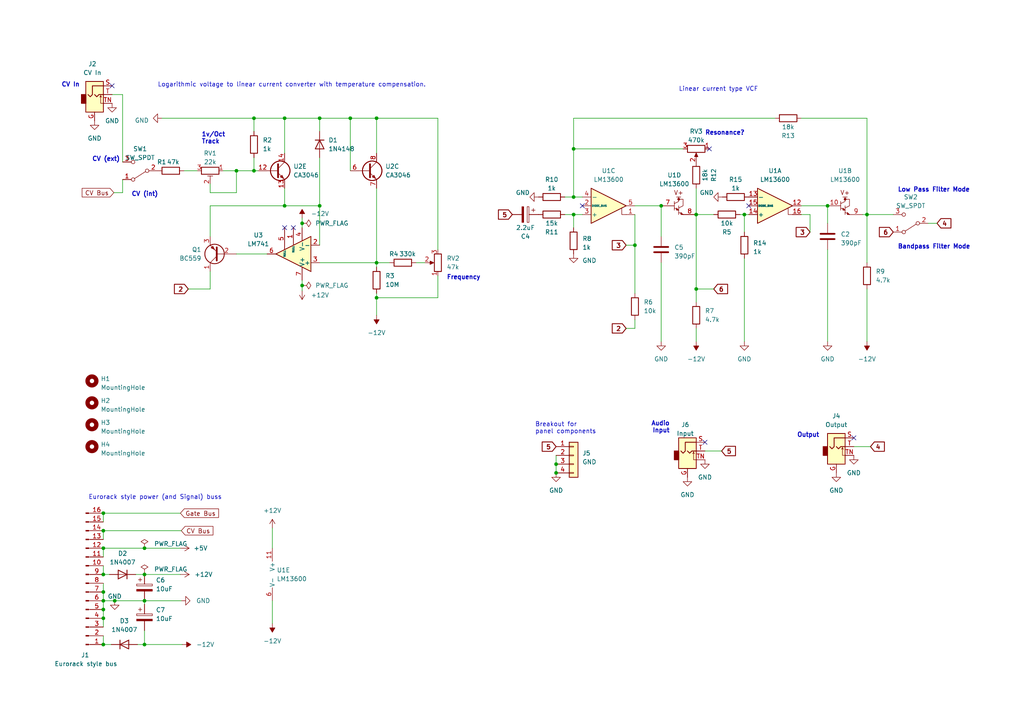
<source format=kicad_sch>
(kicad_sch (version 20230121) (generator eeschema)
  (paper "A4")
  (title_block (title "Penfold VCF") (date "2022-09-11") (rev "0.1") (comment 1 "BP185, fIrst published 1986, Bernard Babani") (comment 2 "Based on designs from 'Electronic Synthesister Construction', by R.A.Penfold"))
  (lib_symbols
    (symbol "Amplifier_Operational:LM13600" (pin_names (offset 0.127))
      (property "Reference" "U" (at 3.81 5.08 0))
      (property "Value" "LM13600" (at 5.08 -5.08 0))
      (symbol "LM13600_1_1"
        (polyline (pts (xy 3.81 -0.635) (xy 3.81 -2.54) (xy 5.08 -2.54)))
        (polyline (pts (xy 5.08 0) (xy -5.08 -5.08) (xy -5.08 5.08) (xy 5.08 0)) (stroke (width 0.254)) (fill (type background)))
        (pin output line (at 7.62 0 180) (length 2.54) (name "~") (number "12"))
        (pin input line (at -7.62 2.54 0) (length 2.54) (name "-") (number "13"))
        (pin input line (at -7.62 -2.54 0) (length 2.54) (name "+") (number "14"))
        (pin input line (at -7.62 0 0) (length 2.54) (name "DIODE_BIAS") (number "15"))
        (pin input line (at 7.62 -2.54 180) (length 2.54) (name "~") (number "16"))
      )
      (symbol "LM13600_2_0"
        (polyline (pts (xy -1.905 2.54) (xy -3.175 2.54)))
      )
      (symbol "LM13600_2_1"
        (circle (center -2.54 1.905) (radius 0.254) (stroke (width 0.254)) (fill (type outline)))
        (polyline (pts (xy -3.81 -0.635) (xy -2.54 -1.27)))
        (polyline (pts (xy -3.81 1.27) (xy -3.81 -1.27)))
        (polyline (pts (xy -2.54 -1.905) (xy -1.27 -2.54)))
        (polyline (pts (xy -2.54 0) (xy -2.54 -2.54)))
        (polyline (pts (xy -3.81 0.635) (xy -2.54 1.27) (xy -2.54 1.905) (xy -2.54 2.54)))
        (polyline (pts (xy -2.54 -1.27) (xy -3.175 -0.635) (xy -3.175 -1.27) (xy -2.54 -1.27)) (fill (type outline)))
        (polyline (pts (xy -2.54 -0.635) (xy -1.27 0) (xy -1.27 1.905) (xy -2.54 1.905)))
        (polyline (pts (xy -1.27 -2.54) (xy -1.905 -1.905) (xy -1.905 -2.54) (xy -1.27 -2.54)) (fill (type outline)))
        (text "V+" (at -2.54 3.81 0) (effects (font (size 1.27 1.27))))
        (pin input line (at -7.62 0 0) (length 3.81) (name "~") (number "10"))
        (pin output line (at 2.54 -2.54 180) (length 3.81) (name "~") (number "9"))
      )
      (symbol "LM13600_3_1"
        (polyline (pts (xy 3.81 -0.635) (xy 3.81 -2.54) (xy 5.08 -2.54)))
        (polyline (pts (xy 5.08 0) (xy -5.08 -5.08) (xy -5.08 5.08) (xy 5.08 0)) (stroke (width 0.254)) (fill (type background)))
        (pin input line (at 7.62 -2.54 180) (length 2.54) (name "~") (number "1"))
        (pin input line (at -7.62 0 0) (length 2.54) (name "DIODE_BIAS") (number "2"))
        (pin input line (at -7.62 -2.54 0) (length 2.54) (name "+") (number "3"))
        (pin input line (at -7.62 2.54 0) (length 2.54) (name "-") (number "4"))
        (pin output line (at 7.62 0 180) (length 2.54) (name "~") (number "5"))
      )
      (symbol "LM13600_4_0"
        (polyline (pts (xy -3.175 2.54) (xy -1.905 2.54)))
        (text "V+" (at -2.54 3.81 0) (effects (font (size 1.27 1.27))))
      )
      (symbol "LM13600_4_1"
        (circle (center -2.54 1.905) (radius 0.254) (stroke (width 0.254)) (fill (type outline)))
        (polyline (pts (xy -3.81 -0.635) (xy -2.54 -1.27)))
        (polyline (pts (xy -3.81 1.27) (xy -3.81 -1.27)))
        (polyline (pts (xy -2.54 -1.905) (xy -1.27 -2.54)))
        (polyline (pts (xy -2.54 0) (xy -2.54 -2.54)))
        (polyline (pts (xy -3.81 0.635) (xy -2.54 1.27) (xy -2.54 2.54)))
        (polyline (pts (xy -2.54 -1.27) (xy -3.175 -0.635) (xy -3.175 -1.27) (xy -2.54 -1.27)) (fill (type outline)))
        (polyline (pts (xy -2.54 -0.635) (xy -1.27 0) (xy -1.27 1.905) (xy -2.54 1.905)))
        (polyline (pts (xy -1.27 -2.54) (xy -1.905 -1.905) (xy -1.905 -2.54) (xy -1.27 -2.54)) (fill (type outline)))
        (pin input line (at -7.62 0 0) (length 3.81) (name "~") (number "7"))
        (pin output line (at 2.54 -2.54 180) (length 3.81) (name "~") (number "8"))
      )
      (symbol "LM13600_5_1"
        (pin power_in line (at -2.54 7.62 270) (length 3.81) (name "V+") (number "11"))
        (pin power_in line (at -2.54 -7.62 90) (length 3.81) (name "V-") (number "6"))
      )
    )
    (symbol "Amplifier_Operational:LM741" (pin_names (offset 0.127))
      (property "Reference" "U" (at 0 6.35 0))
      (property "Value" "LM741" (at 0 3.81 0))
      (symbol "LM741_0_1"
        (polyline (pts (xy -5.08 5.08) (xy 5.08 0) (xy -5.08 -5.08) (xy -5.08 5.08)) (stroke (width 0.254)) (fill (type background)))
      )
      (symbol "LM741_1_1"
        (pin input line (at 0 -7.62 90) (length 5.08) (name "NULL") (number "1"))
        (pin input line (at -7.62 -2.54 0) (length 2.54) (name "-") (number "2"))
        (pin input line (at -7.62 2.54 0) (length 2.54) (name "+") (number "3"))
        (pin power_in line (at -2.54 -7.62 90) (length 3.81) (name "V-") (number "4"))
        (pin input line (at 2.54 -7.62 90) (length 6.35) (name "NULL") (number "5"))
        (pin output line (at 7.62 0 180) (length 2.54) (name "~") (number "6"))
        (pin power_in line (at -2.54 7.62 270) (length 3.81) (name "V+") (number "7"))
        (pin no_connect line (at 0 2.54 270) (length 2.54) hide (name "NC") (number "8"))
      )
    )
    (symbol "CA3046:CA3046" (pin_names (offset 0) hide)
      (property "Reference" "Q" (at 5.08 1.27 0))
      (property "Value" "CA3046" (at 5.08 -1.27 0))
      (symbol "CA3046_0_1"
        (polyline (pts (xy 0.635 0) (xy -2.54 0)))
        (circle (center 1.27 0) (radius 2.8194) (stroke (width 0.254)))
        (circle (center 1.27 0) (radius 2.8194) (stroke (width 0.254)))
      )
      (symbol "CA3046_1_1"
        (polyline (pts (xy 0.635 0.635) (xy 2.54 2.54)))
        (polyline (pts (xy 0.635 -0.635) (xy 2.54 -2.54) (xy 2.54 -2.54)))
        (polyline (pts (xy 0.635 1.905) (xy 0.635 -1.905) (xy 0.635 -1.905)) (stroke (width 0.508)))
        (polyline (pts (xy 1.27 -1.778) (xy 1.778 -1.27) (xy 2.286 -2.286) (xy 1.27 -1.778) (xy 1.27 -1.778)) (fill (type outline)))
        (pin passive line (at 2.54 5.08 270) (length 2.54) (name "C1") (number "1"))
        (pin input line (at -5.08 0 0) (length 2.54) (name "B1") (number "2"))
        (pin passive line (at 2.54 -5.08 90) (length 2.54) (name "E3") (number "3"))
      )
      (symbol "CA3046_2_1"
        (polyline (pts (xy 0.635 0.635) (xy 2.54 2.54)))
        (polyline (pts (xy 0.635 -0.635) (xy 2.54 -2.54) (xy 2.54 -2.54)))
        (polyline (pts (xy 0.635 1.905) (xy 0.635 -1.905) (xy 0.635 -1.905)) (stroke (width 0.508)))
        (polyline (pts (xy 1.143 -1.651) (xy 1.651 -1.143) (xy 2.159 -2.159) (xy 1.143 -1.651) (xy 1.143 -1.651)) (fill (type outline)))
        (pin passive line (at 2.54 -5.08 90) (length 2.54) (name "E2") (number "3"))
        (pin input line (at -5.08 0 0) (length 2.54) (name "B2") (number "4"))
        (pin passive line (at 2.54 5.08 270) (length 2.54) (name "C2") (number "5"))
      )
      (symbol "CA3046_3_1"
        (polyline (pts (xy 0.635 0.635) (xy 2.54 2.54)))
        (polyline (pts (xy 0.635 -0.635) (xy 2.54 -2.54) (xy 2.54 -2.54)))
        (polyline (pts (xy 0.635 1.905) (xy 0.635 -1.905) (xy 0.635 -1.905)) (stroke (width 0.508)))
        (polyline (pts (xy 1.27 -1.778) (xy 1.778 -1.27) (xy 2.286 -2.286) (xy 1.27 -1.778) (xy 1.27 -1.778)) (fill (type outline)))
        (pin input line (at -5.08 0 0) (length 2.54) (name "B3") (number "6"))
        (pin passive line (at 2.54 -5.08 90) (length 2.54) (name "E3") (number "7"))
        (pin passive line (at 2.54 5.08 270) (length 2.54) (name "C3") (number "8"))
      )
      (symbol "CA3046_4_1"
        (polyline (pts (xy 0.635 0.635) (xy 2.54 2.54)))
        (polyline (pts (xy 0.635 -0.635) (xy 2.54 -2.54) (xy 2.54 -2.54)))
        (polyline (pts (xy 0.635 1.905) (xy 0.635 -1.905) (xy 0.635 -1.905)) (stroke (width 0.508)))
        (polyline (pts (xy 1.27 -1.778) (xy 1.778 -1.27) (xy 2.286 -2.286) (xy 1.27 -1.778) (xy 1.27 -1.778)) (fill (type outline)))
        (pin passive line (at 2.54 -5.08 90) (length 2.54) (name "E4") (number "10"))
        (pin passive line (at 2.54 5.08 270) (length 2.54) (name "C4") (number "11"))
        (pin input line (at -5.08 0 0) (length 2.54) (name "B4") (number "9"))
      )
      (symbol "CA3046_5_1"
        (polyline (pts (xy 0.635 0.635) (xy 2.54 2.54)))
        (polyline (pts (xy 0.635 -0.635) (xy 2.54 -2.54) (xy 2.54 -2.54)))
        (polyline (pts (xy 0.635 1.905) (xy 0.635 -1.905) (xy 0.635 -1.905)) (stroke (width 0.508)))
        (polyline (pts (xy 1.27 -1.778) (xy 1.778 -1.27) (xy 2.286 -2.286) (xy 1.27 -1.778) (xy 1.27 -1.778)) (fill (type outline)))
        (pin input line (at -5.08 0 0) (length 2.54) (name "B5") (number "12"))
        (pin passive line (at 2.54 -5.08 90) (length 2.54) (name "E5") (number "13"))
        (pin passive line (at 2.54 5.08 270) (length 2.54) (name "C5") (number "14"))
      )
    )
    (symbol "Connector:Conn_01x16_Pin" (pin_names (offset 1.016) hide)
      (property "Reference" "J" (at 0 20.32 0))
      (property "Value" "Conn_01x16_Pin" (at 0 -22.86 0))
      (symbol "Conn_01x16_Pin_1_1"
        (polyline (pts (xy 1.27 -20.32) (xy 0.8636 -20.32)) (stroke (width 0.1524)))
        (polyline (pts (xy 1.27 -17.78) (xy 0.8636 -17.78)) (stroke (width 0.1524)))
        (polyline (pts (xy 1.27 -15.24) (xy 0.8636 -15.24)) (stroke (width 0.1524)))
        (polyline (pts (xy 1.27 -12.7) (xy 0.8636 -12.7)) (stroke (width 0.1524)))
        (polyline (pts (xy 1.27 -10.16) (xy 0.8636 -10.16)) (stroke (width 0.1524)))
        (polyline (pts (xy 1.27 -7.62) (xy 0.8636 -7.62)) (stroke (width 0.1524)))
        (polyline (pts (xy 1.27 -5.08) (xy 0.8636 -5.08)) (stroke (width 0.1524)))
        (polyline (pts (xy 1.27 -2.54) (xy 0.8636 -2.54)) (stroke (width 0.1524)))
        (polyline (pts (xy 1.27 0) (xy 0.8636 0)) (stroke (width 0.1524)))
        (polyline (pts (xy 1.27 2.54) (xy 0.8636 2.54)) (stroke (width 0.1524)))
        (polyline (pts (xy 1.27 5.08) (xy 0.8636 5.08)) (stroke (width 0.1524)))
        (polyline (pts (xy 1.27 7.62) (xy 0.8636 7.62)) (stroke (width 0.1524)))
        (polyline (pts (xy 1.27 10.16) (xy 0.8636 10.16)) (stroke (width 0.1524)))
        (polyline (pts (xy 1.27 12.7) (xy 0.8636 12.7)) (stroke (width 0.1524)))
        (polyline (pts (xy 1.27 15.24) (xy 0.8636 15.24)) (stroke (width 0.1524)))
        (polyline (pts (xy 1.27 17.78) (xy 0.8636 17.78)) (stroke (width 0.1524)))
        (rectangle (start 0.8636 -20.193) (end 0 -20.447) (stroke (width 0.1524)) (fill (type outline)))
        (rectangle (start 0.8636 -17.653) (end 0 -17.907) (stroke (width 0.1524)) (fill (type outline)))
        (rectangle (start 0.8636 -15.113) (end 0 -15.367) (stroke (width 0.1524)) (fill (type outline)))
        (rectangle (start 0.8636 -12.573) (end 0 -12.827) (stroke (width 0.1524)) (fill (type outline)))
        (rectangle (start 0.8636 -10.033) (end 0 -10.287) (stroke (width 0.1524)) (fill (type outline)))
        (rectangle (start 0.8636 -7.493) (end 0 -7.747) (stroke (width 0.1524)) (fill (type outline)))
        (rectangle (start 0.8636 -4.953) (end 0 -5.207) (stroke (width 0.1524)) (fill (type outline)))
        (rectangle (start 0.8636 -2.413) (end 0 -2.667) (stroke (width 0.1524)) (fill (type outline)))
        (rectangle (start 0.8636 0.127) (end 0 -0.127) (stroke (width 0.1524)) (fill (type outline)))
        (rectangle (start 0.8636 2.667) (end 0 2.413) (stroke (width 0.1524)) (fill (type outline)))
        (rectangle (start 0.8636 5.207) (end 0 4.953) (stroke (width 0.1524)) (fill (type outline)))
        (rectangle (start 0.8636 7.747) (end 0 7.493) (stroke (width 0.1524)) (fill (type outline)))
        (rectangle (start 0.8636 10.287) (end 0 10.033) (stroke (width 0.1524)) (fill (type outline)))
        (rectangle (start 0.8636 12.827) (end 0 12.573) (stroke (width 0.1524)) (fill (type outline)))
        (rectangle (start 0.8636 15.367) (end 0 15.113) (stroke (width 0.1524)) (fill (type outline)))
        (rectangle (start 0.8636 17.907) (end 0 17.653) (stroke (width 0.1524)) (fill (type outline)))
        (pin passive line (at 5.08 17.78 180) (length 3.81) (name "Pin_1") (number "1"))
        (pin passive line (at 5.08 -5.08 180) (length 3.81) (name "Pin_10") (number "10"))
        (pin passive line (at 5.08 -7.62 180) (length 3.81) (name "Pin_11") (number "11"))
        (pin passive line (at 5.08 -10.16 180) (length 3.81) (name "Pin_12") (number "12"))
        (pin passive line (at 5.08 -12.7 180) (length 3.81) (name "Pin_13") (number "13"))
        (pin passive line (at 5.08 -15.24 180) (length 3.81) (name "Pin_14") (number "14"))
        (pin passive line (at 5.08 -17.78 180) (length 3.81) (name "Pin_15") (number "15"))
        (pin passive line (at 5.08 -20.32 180) (length 3.81) (name "Pin_16") (number "16"))
        (pin passive line (at 5.08 15.24 180) (length 3.81) (name "Pin_2") (number "2"))
        (pin passive line (at 5.08 12.7 180) (length 3.81) (name "Pin_3") (number "3"))
        (pin passive line (at 5.08 10.16 180) (length 3.81) (name "Pin_4") (number "4"))
        (pin passive line (at 5.08 7.62 180) (length 3.81) (name "Pin_5") (number "5"))
        (pin passive line (at 5.08 5.08 180) (length 3.81) (name "Pin_6") (number "6"))
        (pin passive line (at 5.08 2.54 180) (length 3.81) (name "Pin_7") (number "7"))
        (pin passive line (at 5.08 0 180) (length 3.81) (name "Pin_8") (number "8"))
        (pin passive line (at 5.08 -2.54 180) (length 3.81) (name "Pin_9") (number "9"))
      )
    )
    (symbol "Connector_Audio:AudioJack2_Ground_SwitchT"
      (property "Reference" "J" (at 0 8.89 0))
      (property "Value" "AudioJack2_Ground_SwitchT" (at 0 6.35 0))
      (symbol "AudioJack2_Ground_SwitchT_0_1"
        (rectangle (start -2.54 0) (end -3.81 -2.54) (stroke (width 0.254)) (fill (type outline)))
        (polyline (pts (xy 1.778 -0.254) (xy 2.032 -0.762)))
        (polyline (pts (xy 0 0) (xy 0.635 -0.635) (xy 1.27 0) (xy 2.54 0)) (stroke (width 0.254)))
        (polyline (pts (xy 2.54 -2.54) (xy 1.778 -2.54) (xy 1.778 -0.254) (xy 1.524 -0.762)))
        (polyline (pts (xy 2.54 2.54) (xy -0.635 2.54) (xy -0.635 0) (xy -1.27 -0.635) (xy -1.905 0)) (stroke (width 0.254)))
        (rectangle (start 2.54 3.81) (end -2.54 -5.08) (stroke (width 0.254)) (fill (type background)))
      )
      (symbol "AudioJack2_Ground_SwitchT_1_1"
        (pin passive line (at 0 -7.62 90) (length 2.54) (name "~") (number "G"))
        (pin passive line (at 5.08 2.54 180) (length 2.54) (name "~") (number "S"))
        (pin passive line (at 5.08 0 180) (length 2.54) (name "~") (number "T"))
        (pin passive line (at 5.08 -2.54 180) (length 2.54) (name "~") (number "TN"))
      )
    )
    (symbol "Connector_Generic:Conn_01x04" (pin_names (offset 1.016) hide)
      (property "Reference" "J" (at 0 5.08 0))
      (property "Value" "Conn_01x04" (at 0 -7.62 0))
      (symbol "Conn_01x04_1_1"
        (rectangle (start -1.27 -4.953) (end 0 -5.207) (stroke (width 0.1524)))
        (rectangle (start -1.27 -2.413) (end 0 -2.667) (stroke (width 0.1524)))
        (rectangle (start -1.27 0.127) (end 0 -0.127) (stroke (width 0.1524)))
        (rectangle (start -1.27 2.667) (end 0 2.413) (stroke (width 0.1524)))
        (rectangle (start -1.27 3.81) (end 1.27 -6.35) (stroke (width 0.254)) (fill (type background)))
        (pin passive line (at -5.08 2.54 0) (length 3.81) (name "Pin_1") (number "1"))
        (pin passive line (at -5.08 0 0) (length 3.81) (name "Pin_2") (number "2"))
        (pin passive line (at -5.08 -2.54 0) (length 3.81) (name "Pin_3") (number "3"))
        (pin passive line (at -5.08 -5.08 0) (length 3.81) (name "Pin_4") (number "4"))
      )
    )
    (symbol "Device:C" (pin_numbers hide) (pin_names (offset 0.254))
      (property "Reference" "C" (at 0.635 2.54 0))
      (property "Value" "C" (at 0.635 -2.54 0))
      (symbol "C_0_1"
        (polyline (pts (xy -2.032 -0.762) (xy 2.032 -0.762)) (stroke (width 0.508)))
        (polyline (pts (xy -2.032 0.762) (xy 2.032 0.762)) (stroke (width 0.508)))
      )
      (symbol "C_1_1"
        (pin passive line (at 0 3.81 270) (length 2.794) (name "~") (number "1"))
        (pin passive line (at 0 -3.81 90) (length 2.794) (name "~") (number "2"))
      )
    )
    (symbol "Device:C_Polarized" (pin_numbers hide) (pin_names (offset 0.254))
      (property "Reference" "C" (at 0.635 2.54 0))
      (property "Value" "C_Polarized" (at 0.635 -2.54 0))
      (symbol "C_Polarized_0_1"
        (rectangle (start -2.286 0.508) (end 2.286 1.016))
        (polyline (pts (xy -1.778 2.286) (xy -0.762 2.286)))
        (polyline (pts (xy -1.27 2.794) (xy -1.27 1.778)))
        (rectangle (start 2.286 -0.508) (end -2.286 -1.016) (fill (type outline)))
      )
      (symbol "C_Polarized_1_1"
        (pin passive line (at 0 3.81 270) (length 2.794) (name "~") (number "1"))
        (pin passive line (at 0 -3.81 90) (length 2.794) (name "~") (number "2"))
      )
    )
    (symbol "Device:R" (pin_numbers hide) (pin_names (offset 0))
      (property "Reference" "R" (at 2.032 0 90))
      (property "Value" "R" (at 0 0 90))
      (symbol "R_0_1"
        (rectangle (start -1.016 -2.54) (end 1.016 2.54) (stroke (width 0.254)))
      )
      (symbol "R_1_1"
        (pin passive line (at 0 3.81 270) (length 1.27) (name "~") (number "1"))
        (pin passive line (at 0 -3.81 90) (length 1.27) (name "~") (number "2"))
      )
    )
    (symbol "Device:R_Potentiometer" (pin_names (offset 1.016) hide)
      (property "Reference" "RV" (at -4.445 0 90))
      (property "Value" "R_Potentiometer" (at -2.54 0 90))
      (symbol "R_Potentiometer_0_1"
        (polyline (pts (xy 2.54 0) (xy 1.524 0)))
        (polyline (pts (xy 1.143 0) (xy 2.286 0.508) (xy 2.286 -0.508) (xy 1.143 0)) (fill (type outline)))
        (rectangle (start 1.016 2.54) (end -1.016 -2.54) (stroke (width 0.254)))
      )
      (symbol "R_Potentiometer_1_1"
        (pin passive line (at 0 3.81 270) (length 1.27) (name "1") (number "1"))
        (pin passive line (at 3.81 0 180) (length 1.27) (name "2") (number "2"))
        (pin passive line (at 0 -3.81 90) (length 1.27) (name "3") (number "3"))
      )
    )
    (symbol "Device:R_Potentiometer_Trim" (pin_names (offset 1.016) hide)
      (property "Reference" "RV" (at -4.445 0 90))
      (property "Value" "R_Potentiometer_Trim" (at -2.54 0 90))
      (symbol "R_Potentiometer_Trim_0_1"
        (polyline (pts (xy 1.524 0.762) (xy 1.524 -0.762)))
        (polyline (pts (xy 2.54 0) (xy 1.524 0)))
        (rectangle (start 1.016 2.54) (end -1.016 -2.54) (stroke (width 0.254)))
      )
      (symbol "R_Potentiometer_Trim_1_1"
        (pin passive line (at 0 3.81 270) (length 1.27) (name "1") (number "1"))
        (pin passive line (at 3.81 0 180) (length 1.27) (name "2") (number "2"))
        (pin passive line (at 0 -3.81 90) (length 1.27) (name "3") (number "3"))
      )
    )
    (symbol "Diode:1N4007" (pin_numbers hide) (pin_names hide)
      (property "Reference" "D" (at 0 2.54 0))
      (property "Value" "1N4007" (at 0 -2.54 0))
      (symbol "1N4007_0_1"
        (polyline (pts (xy -1.27 1.27) (xy -1.27 -1.27)) (stroke (width 0.254)))
        (polyline (pts (xy 1.27 0) (xy -1.27 0)))
        (polyline (pts (xy 1.27 1.27) (xy 1.27 -1.27) (xy -1.27 0) (xy 1.27 1.27)) (stroke (width 0.254)))
      )
      (symbol "1N4007_1_1"
        (pin passive line (at -3.81 0 0) (length 2.54) (name "K") (number "1"))
        (pin passive line (at 3.81 0 180) (length 2.54) (name "A") (number "2"))
      )
    )
    (symbol "Diode:1N4148" (pin_numbers hide) (pin_names hide)
      (property "Reference" "D" (at 0 2.54 0))
      (property "Value" "1N4148" (at 0 -2.54 0))
      (symbol "1N4148_0_1"
        (polyline (pts (xy -1.27 1.27) (xy -1.27 -1.27)) (stroke (width 0.254)))
        (polyline (pts (xy 1.27 0) (xy -1.27 0)))
        (polyline (pts (xy 1.27 1.27) (xy 1.27 -1.27) (xy -1.27 0) (xy 1.27 1.27)) (stroke (width 0.254)))
      )
      (symbol "1N4148_1_1"
        (pin passive line (at -3.81 0 0) (length 2.54) (name "K") (number "1"))
        (pin passive line (at 3.81 0 180) (length 2.54) (name "A") (number "2"))
      )
    )
    (symbol "Mechanical:MountingHole" (pin_names (offset 1.016))
      (property "Reference" "H" (at 0 5.08 0))
      (property "Value" "MountingHole" (at 0 3.175 0))
      (symbol "MountingHole_0_1"
        (circle (center 0 0) (radius 1.27) (stroke (width 1.27)))
      )
    )
    (symbol "Switch:SW_SPDT" (pin_names (offset 0) hide)
      (property "Reference" "SW" (at 0 4.318 0))
      (property "Value" "SW_SPDT" (at 0 -5.08 0))
      (symbol "SW_SPDT_0_0"
        (circle (center -2.032 0) (radius 0.508))
        (circle (center 2.032 -2.54) (radius 0.508))
      )
      (symbol "SW_SPDT_0_1"
        (polyline (pts (xy -1.524 0.254) (xy 1.651 2.286)))
        (circle (center 2.032 2.54) (radius 0.508))
      )
      (symbol "SW_SPDT_1_1"
        (pin passive line (at 5.08 2.54 180) (length 2.54) (name "A") (number "1"))
        (pin passive line (at -5.08 0 0) (length 2.54) (name "B") (number "2"))
        (pin passive line (at 5.08 -2.54 180) (length 2.54) (name "C") (number "3"))
      )
    )
    (symbol "Transistor_BJT:BC559" (pin_names (offset 0) hide)
      (property "Reference" "Q" (at 5.08 1.905 0))
      (property "Value" "BC559" (at 5.08 0 0))
      (symbol "BC559_0_1"
        (polyline (pts (xy 0.635 0.635) (xy 2.54 2.54)))
        (polyline (pts (xy 0.635 -0.635) (xy 2.54 -2.54) (xy 2.54 -2.54)))
        (polyline (pts (xy 0.635 1.905) (xy 0.635 -1.905) (xy 0.635 -1.905)) (stroke (width 0.508)))
        (polyline (pts (xy 2.286 -1.778) (xy 1.778 -2.286) (xy 1.27 -1.27) (xy 2.286 -1.778) (xy 2.286 -1.778)) (fill (type outline)))
        (circle (center 1.27 0) (radius 2.8194) (stroke (width 0.254)))
      )
      (symbol "BC559_1_1"
        (pin passive line (at 2.54 5.08 270) (length 2.54) (name "C") (number "1"))
        (pin input line (at -5.08 0 0) (length 5.715) (name "B") (number "2"))
        (pin passive line (at 2.54 -5.08 90) (length 2.54) (name "E") (number "3"))
      )
    )
    (symbol "power:+12V" (power) (pin_names (offset 0))
      (property "Value" "+12V" (at 0 3.556 0))
      (symbol "+12V_0_1"
        (polyline (pts (xy -0.762 1.27) (xy 0 2.54)))
        (polyline (pts (xy 0 0) (xy 0 2.54)))
        (polyline (pts (xy 0 2.54) (xy 0.762 1.27)))
      )
      (symbol "+12V_1_1"
        (pin power_in line (at 0 0 90) (length 0) hide (name "+12V") (number "1"))
      )
    )
    (symbol "power:+5V" (power) (pin_names (offset 0))
      (property "Value" "+5V" (at 0 3.556 0))
      (symbol "+5V_0_1"
        (polyline (pts (xy -0.762 1.27) (xy 0 2.54)))
        (polyline (pts (xy 0 0) (xy 0 2.54)))
        (polyline (pts (xy 0 2.54) (xy 0.762 1.27)))
      )
      (symbol "+5V_1_1"
        (pin power_in line (at 0 0 90) (length 0) hide (name "+5V") (number "1"))
      )
    )
    (symbol "power:-12V" (power) (pin_names (offset 0))
      (property "Value" "-12V" (at 0 3.81 0))
      (symbol "-12V_0_0"
        (pin power_in line (at 0 0 90) (length 0) hide (name "-12V") (number "1"))
      )
      (symbol "-12V_0_1"
        (polyline (pts (xy 0 0) (xy 0 1.27) (xy 0.762 1.27) (xy 0 2.54) (xy -0.762 1.27) (xy 0 1.27)) (fill (type outline)))
      )
    )
    (symbol "power:GND" (power) (pin_names (offset 0))
      (property "Value" "GND" (at 0 -3.81 0))
      (symbol "GND_0_1"
        (polyline (pts (xy 0 0) (xy 0 -1.27) (xy 1.27 -1.27) (xy 0 -2.54) (xy -1.27 -1.27) (xy 0 -1.27)))
      )
      (symbol "GND_1_1"
        (pin power_in line (at 0 0 270) (length 0) hide (name "GND") (number "1"))
      )
    )
    (symbol "power:PWR_FLAG" (power) (pin_numbers hide) (pin_names (offset 0) hide)
      (property "Value" "PWR_FLAG" (at 0 3.81 0))
      (symbol "PWR_FLAG_0_0"
        (pin power_out line (at 0 0 90) (length 0) (name "pwr") (number "1"))
      )
      (symbol "PWR_FLAG_0_1"
        (polyline (pts (xy 0 0) (xy 0 1.27) (xy -1.016 1.905) (xy 0 2.54) (xy 1.016 1.905) (xy 0 1.27)))
      )
    )
  )
  (junction (at 29.972 166.624))
  (junction (at 201.93 83.82))
  (junction (at 251.46 62.23))
  (junction (at 29.972 179.324))
  (junction (at 41.91 174.244))
  (junction (at 101.6 34.29))
  (junction (at 29.972 148.844))
  (junction (at 68.58 49.53))
  (junction (at 29.972 159.004))
  (junction (at 161.29 134.62))
  (junction (at 41.91 166.624))
  (junction (at 240.03 59.69))
  (junction (at 29.972 176.784))
  (junction (at 29.972 174.244))
  (junction (at 166.37 57.15))
  (junction (at 215.9 62.23))
  (junction (at 92.71 34.29))
  (junction (at 82.55 34.29))
  (junction (at 33.274 174.244))
  (junction (at 29.972 171.704))
  (junction (at 166.37 62.23))
  (junction (at 41.91 159.004))
  (junction (at 92.71 59.69))
  (junction (at 201.93 62.23))
  (junction (at 73.66 49.53))
  (junction (at 161.29 137.16))
  (junction (at 109.22 34.29))
  (junction (at 73.66 34.29))
  (junction (at 29.972 153.924))
  (junction (at 87.63 64.77))
  (junction (at 82.55 59.69))
  (junction (at 109.22 86.36))
  (junction (at 87.63 82.804))
  (junction (at 29.972 186.944))
  (junction (at 191.77 59.69))
  (junction (at 41.91 186.944))
  (junction (at 109.22 76.2))
  (junction (at 184.15 71.12))
  (junction (at 166.37 43.18))
  (no_connect (at 204.47 128.27))
  (no_connect (at 32.512 24.892))
  (no_connect (at 217.17 59.69))
  (no_connect (at 82.55 66.04))
  (no_connect (at 85.09 66.04))
  (no_connect (at 168.91 59.69))
  (no_connect (at 205.74 43.18))
  (no_connect (at 247.65 127))
  (wire (pts (xy 109.22 86.36) (xy 127 86.36)))
  (wire (pts (xy 53.34 49.53) (xy 57.15 49.53)))
  (wire (pts (xy 215.9 99.06) (xy 215.9 74.93)))
  (wire (pts (xy 240.03 59.69) (xy 240.03 64.77)))
  (wire (pts (xy 201.93 62.23) (xy 207.01 62.23)))
  (wire (pts (xy 92.71 59.69) (xy 92.71 71.12)))
  (wire (pts (xy 184.15 71.12) (xy 184.15 62.23)))
  (wire (pts (xy 29.972 184.404) (xy 29.972 186.944)))
  (wire (pts (xy 120.65 76.2) (xy 123.19 76.2)))
  (wire (pts (xy 201.93 83.82) (xy 207.01 83.82)))
  (wire (pts (xy 35.56 55.88) (xy 35.56 52.07)))
  (wire (pts (xy 127 80.01) (xy 127 86.36)))
  (wire (pts (xy 68.58 49.53) (xy 68.58 55.88)))
  (wire (pts (xy 82.55 54.61) (xy 82.55 59.69)))
  (wire (pts (xy 191.77 59.69) (xy 191.77 68.58)))
  (wire (pts (xy 35.56 27.432) (xy 35.56 46.99)))
  (wire (pts (xy 60.96 83.82) (xy 54.61 83.82)))
  (wire (pts (xy 247.65 129.54) (xy 252.476 129.54)))
  (wire (pts (xy 166.37 62.23) (xy 168.91 62.23)))
  (wire (pts (xy 41.91 159.004) (xy 52.324 159.004)))
  (wire (pts (xy 82.55 34.29) (xy 82.55 44.45)))
  (wire (pts (xy 29.972 153.924) (xy 29.972 156.464)))
  (wire (pts (xy 29.972 179.324) (xy 29.972 181.864)))
  (wire (pts (xy 68.58 49.53) (xy 73.66 49.53)))
  (wire (pts (xy 31.75 166.624) (xy 29.972 166.624)))
  (wire (pts (xy 87.63 63.246) (xy 87.63 64.77)))
  (wire (pts (xy 29.972 169.164) (xy 29.972 171.704)))
  (wire (pts (xy 78.994 153.162) (xy 78.994 159.004)))
  (wire (pts (xy 73.66 45.72) (xy 73.66 49.53)))
  (wire (pts (xy 41.91 182.88) (xy 41.91 186.944)))
  (wire (pts (xy 46.99 34.29) (xy 73.66 34.29)))
  (wire (pts (xy 41.91 175.26) (xy 41.91 174.244)))
  (wire (pts (xy 68.58 73.66) (xy 77.47 73.66)))
  (wire (pts (xy 29.972 176.784) (xy 29.972 179.324)))
  (wire (pts (xy 52.832 186.944) (xy 41.91 186.944)))
  (wire (pts (xy 109.22 76.2) (xy 109.22 77.47)))
  (wire (pts (xy 60.96 59.69) (xy 82.55 59.69)))
  (wire (pts (xy 215.9 62.23) (xy 215.9 67.31)))
  (wire (pts (xy 166.37 43.18) (xy 166.37 57.15)))
  (wire (pts (xy 161.29 132.08) (xy 161.29 134.62)))
  (wire (pts (xy 78.994 174.244) (xy 78.994 180.848)))
  (wire (pts (xy 87.63 82.804) (xy 87.63 81.28)))
  (wire (pts (xy 181.61 95.25) (xy 184.15 95.25)))
  (wire (pts (xy 184.15 95.25) (xy 184.15 92.71)))
  (wire (pts (xy 232.41 62.23) (xy 234.95 62.23)))
  (wire (pts (xy 269.24 64.77) (xy 271.78 64.77)))
  (wire (pts (xy 33.274 174.244) (xy 41.91 174.244)))
  (wire (pts (xy 109.22 86.36) (xy 109.22 91.44)))
  (wire (pts (xy 163.83 62.23) (xy 166.37 62.23)))
  (wire (pts (xy 60.96 53.34) (xy 60.96 55.88)))
  (wire (pts (xy 29.972 174.244) (xy 33.274 174.244)))
  (wire (pts (xy 60.96 78.74) (xy 60.96 83.82)))
  (wire (pts (xy 232.41 59.69) (xy 240.03 59.69)))
  (wire (pts (xy 82.55 59.69) (xy 92.71 59.69)))
  (wire (pts (xy 35.56 27.432) (xy 32.512 27.432)))
  (wire (pts (xy 87.63 84.328) (xy 87.63 82.804)))
  (wire (pts (xy 29.972 148.844) (xy 52.324 148.844)))
  (wire (pts (xy 29.972 159.004) (xy 29.972 161.544)))
  (wire (pts (xy 73.66 34.29) (xy 73.66 38.1)))
  (wire (pts (xy 224.79 34.29) (xy 166.37 34.29)))
  (wire (pts (xy 32.258 186.944) (xy 29.972 186.944)))
  (wire (pts (xy 87.63 64.77) (xy 87.63 66.04)))
  (wire (pts (xy 92.71 34.29) (xy 92.71 38.1)))
  (wire (pts (xy 166.37 57.15) (xy 168.91 57.15)))
  (wire (pts (xy 166.37 62.23) (xy 166.37 66.04)))
  (wire (pts (xy 201.93 62.23) (xy 201.93 83.82)))
  (wire (pts (xy 33.02 55.88) (xy 35.56 55.88)))
  (wire (pts (xy 109.22 76.2) (xy 113.03 76.2)))
  (wire (pts (xy 109.22 85.09) (xy 109.22 86.36)))
  (wire (pts (xy 232.41 34.29) (xy 251.46 34.29)))
  (wire (pts (xy 60.96 55.88) (xy 68.58 55.88)))
  (wire (pts (xy 184.15 85.09) (xy 184.15 71.12)))
  (wire (pts (xy 127 72.39) (xy 127 34.29)))
  (wire (pts (xy 29.972 171.704) (xy 29.972 174.244)))
  (wire (pts (xy 92.71 76.2) (xy 109.22 76.2)))
  (wire (pts (xy 29.972 159.004) (xy 41.91 159.004)))
  (wire (pts (xy 109.22 34.29) (xy 109.22 44.45)))
  (wire (pts (xy 250.19 62.23) (xy 251.46 62.23)))
  (wire (pts (xy 166.37 34.29) (xy 166.37 43.18)))
  (wire (pts (xy 161.29 134.62) (xy 161.29 137.16)))
  (wire (pts (xy 109.22 34.29) (xy 127 34.29)))
  (wire (pts (xy 41.91 166.624) (xy 39.37 166.624)))
  (wire (pts (xy 166.37 43.18) (xy 198.12 43.18)))
  (wire (pts (xy 109.22 54.61) (xy 109.22 76.2)))
  (wire (pts (xy 251.46 99.06) (xy 251.46 83.82)))
  (wire (pts (xy 73.66 34.29) (xy 82.55 34.29)))
  (wire (pts (xy 204.47 130.81) (xy 209.296 130.81)))
  (wire (pts (xy 60.96 68.58) (xy 60.96 59.69)))
  (wire (pts (xy 181.61 71.12) (xy 184.15 71.12)))
  (wire (pts (xy 214.63 62.23) (xy 215.9 62.23)))
  (wire (pts (xy 101.6 34.29) (xy 109.22 34.29)))
  (wire (pts (xy 39.878 186.944) (xy 41.91 186.944)))
  (wire (pts (xy 92.71 45.72) (xy 92.71 59.69)))
  (wire (pts (xy 215.9 62.23) (xy 217.17 62.23)))
  (wire (pts (xy 184.15 59.69) (xy 191.77 59.69)))
  (wire (pts (xy 251.46 62.23) (xy 259.08 62.23)))
  (wire (pts (xy 29.972 174.244) (xy 29.972 176.784)))
  (wire (pts (xy 73.66 49.53) (xy 74.93 49.53)))
  (wire (pts (xy 251.46 62.23) (xy 251.46 76.2)))
  (wire (pts (xy 191.77 76.2) (xy 191.77 99.06)))
  (wire (pts (xy 64.77 49.53) (xy 68.58 49.53)))
  (wire (pts (xy 163.83 57.15) (xy 166.37 57.15)))
  (wire (pts (xy 240.03 72.39) (xy 240.03 99.06)))
  (wire (pts (xy 234.95 62.23) (xy 234.95 67.31)))
  (wire (pts (xy 101.6 49.53) (xy 101.6 34.29)))
  (wire (pts (xy 82.55 34.29) (xy 92.71 34.29)))
  (wire (pts (xy 29.972 153.924) (xy 52.578 153.924)))
  (wire (pts (xy 251.46 34.29) (xy 251.46 62.23)))
  (wire (pts (xy 201.93 99.06) (xy 201.93 95.25)))
  (wire (pts (xy 29.972 148.844) (xy 29.972 151.384)))
  (wire (pts (xy 201.93 83.82) (xy 201.93 87.63)))
  (wire (pts (xy 201.93 54.61) (xy 201.93 62.23)))
  (wire (pts (xy 29.972 164.084) (xy 29.972 166.624)))
  (wire (pts (xy 52.324 166.624) (xy 41.91 166.624)))
  (wire (pts (xy 41.91 174.244) (xy 52.578 174.244)))
  (wire (pts (xy 92.71 34.29) (xy 101.6 34.29)))
  (text "CV In" (at 17.78 25.4 0) (effects (font (size 1.27 1.27) bold) (justify left bottom)))
  (text "Linear current type VCF" (at 196.85 26.67 0) (effects (font (size 1.27 1.27)) (justify left bottom)))
  (text "CV (ext)" (at 26.67 46.99 0) (effects (font (size 1.27 1.27) bold) (justify left bottom)))
  (text "Eurorack style power (and Signal) buss" (at 25.654 145.034 0) (effects (font (size 1.27 1.27)) (justify left bottom)))
  (text "CV (int)" (at 38.1 57.15 0) (effects (font (size 1.27 1.27) bold) (justify left bottom)))
  (text "Low Pass Filter Mode" (at 260.35 55.88 0) (effects (font (size 1.27 1.27) bold) (justify left bottom)))
  (text "Output" (at 231.14 127 0) (effects (font (size 1.27 1.27) bold) (justify left bottom)))
  (text "Frequency" (at 129.54 81.28 0) (effects (font (size 1.27 1.27) bold) (justify left bottom)))
  (text "Resonance?" (at 204.47 39.37 0) (effects (font (size 1.27 1.27) bold) (justify left bottom)))
  (text "Breakout for\npanel components" (at 155.194 125.984 0) (effects (font (size 1.27 1.27)) (justify left bottom)))
  (text "Logarithmic voltage to linear current converter with temperature compensation.\n" (at 45.72 25.4 0) (effects (font (size 1.27 1.27)) (justify left bottom)))
  (text "Audio\nInput" (at 194.31 125.73 0) (effects (font (size 1.27 1.27) bold) (justify right bottom)))
  (text "Bandpass Filter Mode" (at 260.35 72.39 0) (effects (font (size 1.27 1.27) bold) (justify left bottom)))
  (text "1v/Oct\nTrack" (at 58.42 41.91 0) (effects (font (size 1.27 1.27) bold) (justify left bottom)))
  (global_label "3" (shape input) (at 181.61 71.12 180) (effects (font bold)) (property "Intersheetrefs" "${INTERSHEET_REFS}" (effects hide)))
  (global_label "5" (shape input) (at 161.29 129.54 180) (effects (font bold)) (property "Intersheetrefs" "${INTERSHEET_REFS}" (effects hide)))
  (global_label "2" (shape input) (at 54.61 83.82 180) (effects (font bold)) (property "Intersheetrefs" "${INTERSHEET_REFS}" (effects hide)))
  (global_label "2" (shape input) (at 181.61 95.25 180) (effects (font bold)) (property "Intersheetrefs" "${INTERSHEET_REFS}" (effects hide)))
  (global_label "4" (shape input) (at 271.78 64.77 0) (effects (font bold)) (property "Intersheetrefs" "${INTERSHEET_REFS}" (effects hide)))
  (global_label "3" (shape input) (at 234.95 67.31 180) (effects (font bold)) (property "Intersheetrefs" "${INTERSHEET_REFS}" (effects hide)))
  (global_label "5" (shape input) (at 209.296 130.81 0) (effects (font bold)) (property "Intersheetrefs" "${INTERSHEET_REFS}" (effects hide)))
  (global_label "Gate Bus" (shape input) (at 52.324 148.844 0) (property "Intersheetrefs" "${INTERSHEET_REFS}" (effects hide)))
  (global_label "6" (shape input) (at 207.01 83.82 0) (effects (font bold)) (property "Intersheetrefs" "${INTERSHEET_REFS}" (effects hide)))
  (global_label "CV Bus" (shape input) (at 52.578 153.924 0) (property "Intersheetrefs" "${INTERSHEET_REFS}" (effects hide)))
  (global_label "6" (shape input) (at 259.08 67.31 180) (effects (font bold)) (property "Intersheetrefs" "${INTERSHEET_REFS}" (effects hide)))
  (global_label "5" (shape input) (at 148.59 62.23 180) (effects (font bold)) (property "Intersheetrefs" "${INTERSHEET_REFS}" (effects hide)))
  (global_label "4" (shape input) (at 252.476 129.54 0) (effects (font bold)) (property "Intersheetrefs" "${INTERSHEET_REFS}" (effects hide)))
  (global_label "CV Bus" (shape input) (at 33.02 55.88 180) (property "Intersheetrefs" "${INTERSHEET_REFS}" (effects hide)))
  (symbol (lib_id "Device:R") (at 210.82 62.23 90) (unit 1)
    (property "Reference" "R5" (at 210.82 67.31 90))
    (property "Value" "10k" (at 210.82 64.77 90))
    (property "Footprint" "Resistor_THT:R_Axial_DIN0207_L6.3mm_D2.5mm_P10.16mm_Horizontal" (effects hide))
  )
  (symbol (lib_id "power:+12V") (at 87.63 84.328 180) (unit 1)
    (property "Reference" "#PWR0119" (effects hide))
    (property "Value" "+12V" (at 90.17 85.5979 0) (effects (justify right)))
  )
  (symbol (lib_id "power:GND") (at 33.274 174.244 0) (unit 1)
    (property "Reference" "#PWR07" (effects hide))
    (property "Value" "GND" (at 33.274 172.974 0))
  )
  (symbol (lib_id "Mechanical:MountingHole") (at 26.67 116.84 0) (unit 1)
    (property "Reference" "H2" (at 29.21 116.205 0) (effects (justify left)))
    (property "Value" "MountingHole" (at 29.21 118.745 0) (effects (justify left)))
    (property "Footprint" "MountingHole:MountingHole_3.2mm_M3" (effects hide))
  )
  (symbol (lib_id "Transistor_BJT:BC559") (at 63.5 73.66 180) (unit 1)
    (property "Reference" "Q1" (at 58.42 72.3899 0) (effects (justify left)))
    (property "Value" "BC559" (at 58.42 74.9299 0) (effects (justify left)))
    (property "Footprint" "Package_TO_SOT_THT:TO-92_Inline" (effects hide))
    (property "Datasheet" "https://www.onsemi.com/pub/Collateral/BC556BTA-D.pdf" (effects hide))
  )
  (symbol (lib_id "Device:R") (at 73.66 41.91 0) (unit 1)
    (property "Reference" "R2" (at 76.2 40.6399 0) (effects (justify left)))
    (property "Value" "1k" (at 76.2 43.1799 0) (effects (justify left)))
    (property "Footprint" "Resistor_THT:R_Axial_DIN0207_L6.3mm_D2.5mm_P10.16mm_Horizontal" (effects hide))
  )
  (symbol (lib_id "Device:R") (at 201.93 50.8 180) (unit 1)
    (property "Reference" "R12" (at 207.01 50.8 90))
    (property "Value" "18k" (at 204.47 50.8 90))
    (property "Footprint" "Resistor_THT:R_Axial_DIN0207_L6.3mm_D2.5mm_P10.16mm_Horizontal" (effects hide))
  )
  (symbol (lib_id "Device:C") (at 240.03 68.58 0) (unit 1)
    (property "Reference" "C2" (at 243.84 67.945 0) (effects (justify left)))
    (property "Value" "390pF" (at 243.84 70.485 0) (effects (justify left)))
    (property "Footprint" "Capacitor_THT:C_Disc_D5.0mm_W2.5mm_P5.00mm" (effects hide))
  )
  (symbol (lib_id "Device:R") (at 213.36 57.15 90) (unit 1)
    (property "Reference" "R15" (at 213.36 52.07 90))
    (property "Value" "1k" (at 213.36 54.61 90))
    (property "Footprint" "Resistor_THT:R_Axial_DIN0207_L6.3mm_D2.5mm_P10.16mm_Horizontal" (effects hide))
  )
  (symbol (lib_id "Amplifier_Operational:LM13600") (at 224.79 59.69 0) (unit 1)
    (property "Reference" "U1" (at 224.79 49.53 0))
    (property "Value" "LM13600" (at 224.79 52.07 0))
    (property "Footprint" "Package_DIP:DIP-16_W7.62mm_Socket_LongPads" (effects hide))
    (property "Datasheet" "http://pdf.datasheetcatalog.com/datasheet/nationalsemiconductor/DS007980.PDF" (effects hide))
  )
  (symbol (lib_id "Device:R_Potentiometer") (at 127 76.2 180) (unit 1)
    (property "Reference" "RV2" (at 129.54 74.9299 0) (effects (justify right)))
    (property "Value" "47k" (at 129.54 77.4699 0) (effects (justify right)))
    (property "Footprint" "Connector_PinHeader_2.54mm:PinHeader_1x03_P2.54mm_Vertical" (effects hide))
  )
  (symbol (lib_id "Amplifier_Operational:LM741") (at 85.09 73.66 180) (unit 1)
    (property "Reference" "U3" (at 74.93 68.1988 0))
    (property "Value" "LM741" (at 74.93 70.7388 0))
    (property "Footprint" "Package_DIP:DIP-8_W7.62mm_Socket_LongPads" (effects hide))
    (property "Datasheet" "http://www.ti.com/lit/ds/symlink/lm741.pdf" (effects hide))
  )
  (symbol (lib_id "power:GND") (at 240.03 99.06 0) (unit 1)
    (property "Reference" "#PWR010" (effects hide))
    (property "Value" "GND" (at 240.03 104.14 0))
  )
  (symbol (lib_id "Device:R_Potentiometer") (at 201.93 43.18 270) (unit 1)
    (property "Reference" "RV3" (at 201.93 38.1 90))
    (property "Value" "470k" (at 201.93 40.64 90))
    (property "Footprint" "Connector_PinHeader_2.54mm:PinHeader_1x03_P2.54mm_Vertical" (effects hide))
  )
  (symbol (lib_id "power:GND") (at 215.9 99.06 0) (unit 1)
    (property "Reference" "#PWR09" (effects hide))
    (property "Value" "GND" (at 215.9 104.14 0))
  )
  (symbol (lib_id "Switch:SW_SPDT") (at 40.64 49.53 180) (unit 1)
    (property "Reference" "SW1" (at 40.64 43.18 0))
    (property "Value" "SW_SPDT" (at 40.64 45.72 0))
    (property "Footprint" "Connector_PinHeader_2.54mm:PinHeader_1x03_P2.54mm_Vertical" (effects hide))
  )
  (symbol (lib_id "power:-12V") (at 201.93 99.06 180) (unit 1)
    (property "Reference" "#PWR0117" (effects hide))
    (property "Value" "-12V" (at 201.93 104.14 0))
  )
  (symbol (lib_id "Device:R_Potentiometer_Trim") (at 60.96 49.53 270) (unit 1)
    (property "Reference" "RV1" (at 60.96 44.45 90))
    (property "Value" "22k" (at 60.96 46.99 90))
    (property "Footprint" "Connector_PinHeader_2.54mm:PinHeader_1x03_P2.54mm_Vertical" (effects hide))
  )
  (symbol (lib_id "power:-12V") (at 251.46 99.06 180) (unit 1)
    (property "Reference" "#PWR0115" (effects hide))
    (property "Value" "-12V" (at 251.46 104.14 0))
  )
  (symbol (lib_id "Diode:1N4007") (at 35.56 166.624 180) (unit 1)
    (property "Reference" "D2" (at 35.56 160.528 0))
    (property "Value" "1N4007" (at 35.56 163.068 0))
    (property "Footprint" "Diode_THT:D_DO-41_SOD81_P10.16mm_Horizontal" (effects hide))
    (property "Datasheet" "http://www.vishay.com/docs/88503/1n4001.pdf" (effects hide))
  )
  (symbol (lib_id "Mechanical:MountingHole") (at 26.67 110.49 0) (unit 1)
    (property "Reference" "H1" (at 29.21 109.855 0) (effects (justify left)))
    (property "Value" "MountingHole" (at 29.21 112.395 0) (effects (justify left)))
    (property "Footprint" "MountingHole:MountingHole_3.2mm_M3" (effects hide))
  )
  (symbol (lib_id "Mechanical:MountingHole") (at 26.67 123.19 0) (unit 1)
    (property "Reference" "H3" (at 29.21 122.555 0) (effects (justify left)))
    (property "Value" "MountingHole" (at 29.21 125.095 0) (effects (justify left)))
    (property "Footprint" "MountingHole:MountingHole_3mm" (effects hide))
  )
  (symbol (lib_id "Amplifier_Operational:LM13600") (at 81.534 166.624 0) (unit 5)
    (property "Reference" "U1" (at 80.264 165.3539 0) (effects (justify left)))
    (property "Value" "LM13600" (at 80.264 167.8939 0) (effects (justify left)))
    (property "Footprint" "Package_DIP:DIP-16_W7.62mm_Socket_LongPads" (effects hide))
    (property "Datasheet" "http://pdf.datasheetcatalog.com/datasheet/nationalsemiconductor/DS007980.PDF" (effects hide))
  )
  (symbol (lib_id "power:GND") (at 46.99 34.29 270) (unit 1)
    (property "Reference" "#PWR0106" (effects hide))
    (property "Value" "GND" (at 43.18 34.925 90) (effects (justify right)))
  )
  (symbol (lib_id "power:+12V") (at 78.994 153.162 0) (unit 1)
    (property "Reference" "#PWR0109" (effects hide))
    (property "Value" "+12V" (at 78.994 148.082 0))
  )
  (symbol (lib_id "Device:R") (at 215.9 71.12 0) (unit 1)
    (property "Reference" "R14" (at 218.44 70.485 0) (effects (justify left)))
    (property "Value" "1k" (at 218.44 73.025 0) (effects (justify left)))
    (property "Footprint" "Resistor_THT:R_Axial_DIN0207_L6.3mm_D2.5mm_P10.16mm_Horizontal" (effects hide))
  )
  (symbol (lib_id "Device:R") (at 251.46 80.01 0) (unit 1)
    (property "Reference" "R9" (at 254 78.7399 0) (effects (justify left)))
    (property "Value" "4.7k" (at 254 81.2799 0) (effects (justify left)))
    (property "Footprint" "Resistor_THT:R_Axial_DIN0207_L6.3mm_D2.5mm_P10.16mm_Horizontal" (effects hide))
  )
  (symbol (lib_id "power:PWR_FLAG") (at 87.63 82.804 270) (unit 1)
    (property "Reference" "#FLG0104" (effects hide))
    (property "Value" "PWR_FLAG" (at 91.44 82.8039 90) (effects (justify left)))
  )
  (symbol (lib_id "power:GND") (at 156.21 57.15 270) (unit 1)
    (property "Reference" "#PWR016" (effects hide))
    (property "Value" "GND" (at 153.67 55.88 90) (effects (justify right)))
  )
  (symbol (lib_id "Device:R") (at 228.6 34.29 90) (unit 1)
    (property "Reference" "R13" (at 228.6 39.37 90))
    (property "Value" "18k" (at 228.6 36.83 90))
    (property "Footprint" "Resistor_THT:R_Axial_DIN0207_L6.3mm_D2.5mm_P10.16mm_Horizontal" (effects hide))
  )
  (symbol (lib_id "Amplifier_Operational:LM13600") (at 247.65 59.69 0) (unit 2)
    (property "Reference" "U1" (at 245.11 49.53 0))
    (property "Value" "LM13600" (at 245.11 52.07 0))
    (property "Footprint" "Package_DIP:DIP-16_W7.62mm_Socket_LongPads" (effects hide))
    (property "Datasheet" "http://pdf.datasheetcatalog.com/datasheet/nationalsemiconductor/DS007980.PDF" (effects hide))
  )
  (symbol (lib_id "Device:R") (at 109.22 81.28 0) (unit 1)
    (property "Reference" "R3" (at 111.76 80.0099 0) (effects (justify left)))
    (property "Value" "10M" (at 111.76 82.5499 0) (effects (justify left)))
    (property "Footprint" "Resistor_THT:R_Axial_DIN0207_L6.3mm_D2.5mm_P10.16mm_Horizontal" (effects hide))
  )
  (symbol (lib_id "power:GND") (at 52.578 174.244 90) (unit 1)
    (property "Reference" "#PWR05" (effects hide))
    (property "Value" "GND" (at 56.896 174.2439 90) (effects (justify right)))
  )
  (symbol (lib_id "Diode:1N4007") (at 36.068 186.944 0) (unit 1)
    (property "Reference" "D3" (at 36.068 180.086 0))
    (property "Value" "1N4007" (at 36.068 182.626 0))
    (property "Footprint" "Diode_THT:D_DO-41_SOD81_P10.16mm_Horizontal" (effects hide))
    (property "Datasheet" "http://www.vishay.com/docs/88503/1n4001.pdf" (effects hide))
  )
  (symbol (lib_id "power:GND") (at 191.77 99.06 0) (unit 1)
    (property "Reference" "#PWR011" (effects hide))
    (property "Value" "GND" (at 191.77 104.14 0))
  )
  (symbol (lib_id "Mechanical:MountingHole") (at 26.67 129.54 0) (unit 1)
    (property "Reference" "H4" (at 29.21 128.905 0) (effects (justify left)))
    (property "Value" "MountingHole" (at 29.21 131.445 0) (effects (justify left)))
    (property "Footprint" "MountingHole:MountingHole_3.2mm_M3" (effects hide))
  )
  (symbol (lib_id "power:+5V") (at 52.324 159.004 270) (unit 1)
    (property "Reference" "#PWR03" (effects hide))
    (property "Value" "+5V" (at 56.134 159.0039 90) (effects (justify left)))
  )
  (symbol (lib_id "Device:R") (at 160.02 57.15 90) (unit 1)
    (property "Reference" "R10" (at 160.02 52.07 90))
    (property "Value" "1k" (at 160.02 54.61 90))
    (property "Footprint" "Resistor_THT:R_Axial_DIN0207_L6.3mm_D2.5mm_P10.16mm_Horizontal" (effects hide))
  )
  (symbol (lib_id "Device:C") (at 191.77 72.39 0) (unit 1)
    (property "Reference" "C5" (at 195.58 71.755 0) (effects (justify left)))
    (property "Value" "390pF" (at 195.58 74.295 0) (effects (justify left)))
    (property "Footprint" "Capacitor_THT:C_Disc_D5.0mm_W2.5mm_P5.00mm" (effects hide))
  )
  (symbol (lib_id "Switch:SW_SPDT") (at 264.16 64.77 180) (unit 1)
    (property "Reference" "SW2" (at 264.16 57.15 0))
    (property "Value" "SW_SPDT" (at 264.16 59.69 0))
    (property "Footprint" "Connector_PinHeader_2.54mm:PinHeader_1x03_P2.54mm_Vertical" (effects hide))
  )
  (symbol (lib_id "Device:R") (at 160.02 62.23 90) (unit 1)
    (property "Reference" "R11" (at 160.02 67.31 90))
    (property "Value" "15k" (at 160.02 64.77 90))
    (property "Footprint" "Resistor_THT:R_Axial_DIN0207_L6.3mm_D2.5mm_P10.16mm_Horizontal" (effects hide))
  )
  (symbol (lib_id "power:-12V") (at 87.63 63.246 0) (unit 1)
    (property "Reference" "#PWR0118" (effects hide))
    (property "Value" "-12V" (at 90.17 61.9759 0) (effects (justify left)))
  )
  (symbol (lib_id "power:GND") (at 166.37 73.66 0) (unit 1)
    (property "Reference" "#PWR015" (effects hide))
    (property "Value" "GND" (at 168.91 75.565 0) (effects (justify left)))
  )
  (symbol (lib_id "Connector_Generic:Conn_01x04") (at 166.37 132.08 0) (unit 1)
    (property "Reference" "J5" (at 168.91 131.445 0) (effects (justify left)))
    (property "Value" "GND" (at 168.91 133.985 0) (effects (justify left)))
    (property "Footprint" "Connector_PinHeader_2.54mm:PinHeader_1x04_P2.54mm_Vertical" (effects hide))
  )
  (symbol (lib_id "Connector_Audio:AudioJack2_Ground_SwitchT") (at 199.39 130.81 0) (unit 1)
    (property "Reference" "J6" (at 198.755 123.19 0))
    (property "Value" "Input" (at 198.755 125.73 0))
  )
  (symbol (lib_id "power:GND") (at 199.39 138.43 0) (unit 1)
    (property "Reference" "#PWR020" (effects hide))
    (property "Value" "GND" (at 199.39 143.51 0))
  )
  (symbol (lib_id "power:GND") (at 32.512 29.972 0) (unit 1)
    (property "Reference" "#PWR02" (effects hide))
    (property "Value" "GND" (at 32.512 35.052 0))
  )
  (symbol (lib_id "Connector_Audio:AudioJack2_Ground_SwitchT") (at 27.432 27.432 0) (unit 1)
    (property "Reference" "J2" (at 26.797 18.542 0))
    (property "Value" "CV In" (at 26.797 21.082 0))
  )
  (symbol (lib_id "power:PWR_FLAG") (at 41.91 159.004 0) (unit 1)
    (property "Reference" "#FLG0103" (effects hide))
    (property "Value" "PWR_FLAG" (at 44.704 157.7339 0) (effects (justify left)))
  )
  (symbol (lib_id "power:+12V") (at 52.324 166.624 270) (unit 1)
    (property "Reference" "#PWR04" (effects hide))
    (property "Value" "+12V" (at 56.388 166.6239 90) (effects (justify left)))
  )
  (symbol (lib_id "Connector:Conn_01x16_Pin") (at 24.892 169.164 0) (mirror x) (unit 1)
    (property "Reference" "J1" (at 25.908 189.992 0) (effects (justify right)))
    (property "Value" "Eurorack style bus" (at 34.036 192.532 0) (effects (justify right)))
    (property "Footprint" "Connector_PinHeader_2.54mm:PinHeader_2x08_P2.54mm_Vertical" (effects hide))
  )
  (symbol (lib_id "Device:R") (at 49.53 49.53 90) (unit 1)
    (property "Reference" "R1" (at 48.2599 46.99 90) (effects (justify left)))
    (property "Value" "47k" (at 52.07 46.99 90) (effects (justify left)))
    (property "Footprint" "Resistor_THT:R_Axial_DIN0207_L6.3mm_D2.5mm_P10.16mm_Horizontal" (effects hide))
  )
  (symbol (lib_id "power:GND") (at 161.29 137.16 0) (unit 1)
    (property "Reference" "#PWR013" (effects hide))
    (property "Value" "GND" (at 161.29 142.24 0))
  )
  (symbol (lib_id "power:-12V") (at 109.22 91.44 180) (unit 1)
    (property "Reference" "#PWR0120" (effects hide))
    (property "Value" "-12V" (at 109.22 96.52 0))
  )
  (symbol (lib_id "CA3046:CA3046") (at 80.01 49.53 0) (unit 5)
    (property "Reference" "U2" (at 85.09 48.2599 0) (effects (justify left)))
    (property "Value" "CA3046" (at 85.09 50.7999 0) (effects (justify left)))
    (property "Footprint" "Package_DIP:DIP-14_W7.62mm_Socket" (effects hide))
    (property "Datasheet" "https://www.alldatasheet.com/datasheet-pdf/pdf/66311/INTERSIL/CA3046.html" (effects hide))
  )
  (symbol (lib_id "Amplifier_Operational:LM13600") (at 176.53 59.69 0) (unit 3)
    (property "Reference" "U1" (at 176.53 49.53 0))
    (property "Value" "LM13600" (at 176.53 52.07 0))
    (property "Footprint" "Package_DIP:DIP-16_W7.62mm_Socket_LongPads" (effects hide))
    (property "Datasheet" "http://pdf.datasheetcatalog.com/datasheet/nationalsemiconductor/DS007980.PDF" (effects hide))
  )
  (symbol (lib_id "Device:R") (at 166.37 69.85 0) (unit 1)
    (property "Reference" "R8" (at 168.91 69.215 0) (effects (justify left)))
    (property "Value" "1k" (at 168.91 71.755 0) (effects (justify left)))
    (property "Footprint" "Resistor_THT:R_Axial_DIN0207_L6.3mm_D2.5mm_P10.16mm_Horizontal" (effects hide))
  )
  (symbol (lib_id "power:-12V") (at 78.994 180.848 180) (unit 1)
    (property "Reference" "#PWR0110" (effects hide))
    (property "Value" "-12V" (at 78.994 185.928 0))
  )
  (symbol (lib_id "CA3046:CA3046") (at 106.68 49.53 0) (unit 3)
    (property "Reference" "U2" (at 111.76 48.2599 0) (effects (justify left)))
    (property "Value" "CA3046" (at 111.76 50.7999 0) (effects (justify left)))
    (property "Footprint" "Package_DIP:DIP-14_W7.62mm_Socket" (effects hide))
    (property "Datasheet" "https://www.alldatasheet.com/datasheet-pdf/pdf/66311/INTERSIL/CA3046.html" (effects hide))
  )
  (symbol (lib_id "Device:R") (at 116.84 76.2 90) (unit 1)
    (property "Reference" "R4" (at 115.5699 73.66 90) (effects (justify left)))
    (property "Value" "330k" (at 120.65 73.66 90) (effects (justify left)))
    (property "Footprint" "Resistor_THT:R_Axial_DIN0207_L6.3mm_D2.5mm_P10.16mm_Horizontal" (effects hide))
  )
  (symbol (lib_id "power:GND") (at 242.57 137.16 0) (unit 1)
    (property "Reference" "#PWR014" (effects hide))
    (property "Value" "GND" (at 242.57 142.24 0))
  )
  (symbol (lib_id "power:-12V") (at 52.832 186.944 270) (unit 1)
    (property "Reference" "#PWR06" (effects hide))
    (property "Value" "-12V" (at 56.896 186.9439 90) (effects (justify left)))
  )
  (symbol (lib_id "power:GND") (at 209.55 57.15 270) (unit 1)
    (property "Reference" "#PWR018" (effects hide))
    (property "Value" "GND" (at 207.01 55.88 90) (effects (justify right)))
  )
  (symbol (lib_id "Connector_Audio:AudioJack2_Ground_SwitchT") (at 242.57 129.54 0) (unit 1)
    (property "Reference" "J4" (at 242.57 120.65 0))
    (property "Value" "Output" (at 242.57 123.19 0))
  )
  (symbol (lib_id "power:GND") (at 27.432 35.052 0) (unit 1)
    (property "Reference" "#PWR01" (effects hide))
    (property "Value" "GND" (at 27.432 40.132 0))
  )
  (symbol (lib_id "Device:C_Polarized") (at 41.91 179.07 0) (unit 1)
    (property "Reference" "C7" (at 45.212 176.9109 0) (effects (justify left)))
    (property "Value" "10uF" (at 45.212 179.4509 0) (effects (justify left)))
    (property "Footprint" "Capacitor_THT:CP_Radial_D5.0mm_P2.00mm" (effects hide))
  )
  (symbol (lib_id "Diode:1N4148") (at 92.71 41.91 270) (unit 1)
    (property "Reference" "D1" (at 95.25 40.6399 90) (effects (justify left)))
    (property "Value" "1N4148" (at 95.25 43.1799 90) (effects (justify left)))
    (property "Footprint" "Diode_THT:D_DO-35_SOD27_P7.62mm_Horizontal" (effects hide))
    (property "Datasheet" "https://assets.nexperia.com/documents/data-sheet/1N4148_1N4448.pdf" (effects hide))
  )
  (symbol (lib_id "Device:C_Polarized") (at 152.4 62.23 270) (unit 1)
    (property "Reference" "C4" (at 152.4 68.58 90))
    (property "Value" "2.2uF" (at 152.4 66.04 90))
    (property "Footprint" "Capacitor_THT:CP_Radial_D5.0mm_P2.00mm" (effects hide))
  )
  (symbol (lib_id "power:PWR_FLAG") (at 87.63 64.77 270) (unit 1)
    (property "Reference" "#FLG0102" (effects hide))
    (property "Value" "PWR_FLAG" (at 91.44 64.7699 90) (effects (justify left)))
  )
  (symbol (lib_id "Device:C_Polarized") (at 41.91 170.434 0) (unit 1)
    (property "Reference" "C6" (at 45.212 168.2749 0) (effects (justify left)))
    (property "Value" "10uF" (at 45.212 170.8149 0) (effects (justify left)))
    (property "Footprint" "Capacitor_THT:CP_Radial_D5.0mm_P2.00mm" (effects hide))
  )
  (symbol (lib_id "Device:R") (at 184.15 88.9 0) (unit 1)
    (property "Reference" "R6" (at 186.69 87.6299 0) (effects (justify left)))
    (property "Value" "10k" (at 186.69 90.1699 0) (effects (justify left)))
    (property "Footprint" "Resistor_THT:R_Axial_DIN0207_L6.3mm_D2.5mm_P10.16mm_Horizontal" (effects hide))
  )
  (symbol (lib_id "power:GND") (at 247.65 132.08 0) (unit 1)
    (property "Reference" "#PWR08" (effects hide))
    (property "Value" "GND" (at 247.65 137.16 0))
  )
  (symbol (lib_id "Amplifier_Operational:LM13600") (at 199.39 59.69 0) (unit 4)
    (property "Reference" "U1" (at 195.58 50.8 0))
    (property "Value" "LM13600" (at 195.58 53.34 0))
    (property "Footprint" "Package_DIP:DIP-16_W7.62mm_Socket_LongPads" (effects hide))
    (property "Datasheet" "http://pdf.datasheetcatalog.com/datasheet/nationalsemiconductor/DS007980.PDF" (effects hide))
  )
  (symbol (lib_id "power:PWR_FLAG") (at 41.91 166.37 0) (unit 1)
    (property "Reference" "#FLG01" (effects hide))
    (property "Value" "PWR_FLAG" (at 44.704 165.0999 0) (effects (justify left)))
  )
  (symbol (lib_id "power:GND") (at 204.47 133.35 0) (unit 1)
    (property "Reference" "#PWR019" (effects hide))
    (property "Value" "GND" (at 204.47 138.43 0))
  )
  (symbol (lib_id "Device:R") (at 201.93 91.44 0) (unit 1)
    (property "Reference" "R7" (at 204.47 90.1699 0) (effects (justify left)))
    (property "Value" "4.7k" (at 204.47 92.7099 0) (effects (justify left)))
    (property "Footprint" "Resistor_THT:R_Axial_DIN0207_L6.3mm_D2.5mm_P10.16mm_Horizontal" (effects hide))
  )
)
</source>
